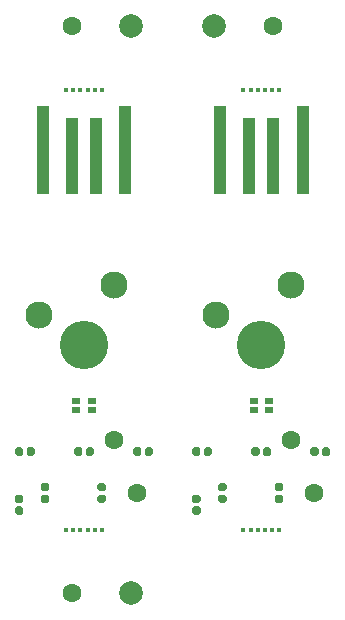
<source format=gts>
%TF.GenerationSoftware,KiCad,Pcbnew,5.1.6*%
%TF.CreationDate,2020-10-27T03:58:31+01:00*%
%TF.ProjectId,anykey-x2,616e796b-6579-42d7-9832-2e6b69636164,rev?*%
%TF.SameCoordinates,Original*%
%TF.FileFunction,Soldermask,Top*%
%TF.FilePolarity,Negative*%
%FSLAX46Y46*%
G04 Gerber Fmt 4.6, Leading zero omitted, Abs format (unit mm)*
G04 Created by KiCad (PCBNEW 5.1.6) date 2020-10-27 03:58:31*
%MOMM*%
%LPD*%
G01*
G04 APERTURE LIST*
%ADD10C,0.400000*%
%ADD11C,1.600000*%
%ADD12C,2.000000*%
%ADD13R,1.100000X7.510000*%
%ADD14R,1.100000X6.510000*%
%ADD15C,2.300000*%
%ADD16C,4.100000*%
%ADD17R,0.700000X0.500000*%
G04 APERTURE END LIST*
D10*
%TO.C,REF\u002A\u002A*%
X72500025Y-87101000D03*
%TD*%
%TO.C,REF\u002A\u002A*%
X71900025Y-87101000D03*
%TD*%
%TO.C,REF\u002A\u002A*%
X71300025Y-87101000D03*
%TD*%
%TO.C,REF\u002A\u002A*%
X70700025Y-87101000D03*
%TD*%
%TO.C,REF\u002A\u002A*%
X70100025Y-87101000D03*
%TD*%
%TO.C,REF\u002A\u002A*%
X69500025Y-87101000D03*
%TD*%
%TO.C,REF\u002A\u002A*%
X69500025Y-49899000D03*
%TD*%
%TO.C,REF\u002A\u002A*%
X70100025Y-49899000D03*
%TD*%
%TO.C,REF\u002A\u002A*%
X70700025Y-49899000D03*
%TD*%
%TO.C,REF\u002A\u002A*%
X71300025Y-49899000D03*
%TD*%
%TO.C,REF\u002A\u002A*%
X71900025Y-49899000D03*
%TD*%
%TO.C,REF\u002A\u002A*%
X72500025Y-49899000D03*
%TD*%
%TO.C,REF\u002A\u002A*%
X57500008Y-87101000D03*
%TD*%
%TO.C,REF\u002A\u002A*%
X56900008Y-87101000D03*
%TD*%
%TO.C,REF\u002A\u002A*%
X56300008Y-87101000D03*
%TD*%
%TO.C,REF\u002A\u002A*%
X55700008Y-87101000D03*
%TD*%
%TO.C,REF\u002A\u002A*%
X55100008Y-87101000D03*
%TD*%
%TO.C,REF\u002A\u002A*%
X54500008Y-87101000D03*
%TD*%
%TO.C,REF\u002A\u002A*%
X54500008Y-49899000D03*
%TD*%
%TO.C,REF\u002A\u002A*%
X55100008Y-49899000D03*
%TD*%
%TO.C,REF\u002A\u002A*%
X55700008Y-49899000D03*
%TD*%
%TO.C,REF\u002A\u002A*%
X56300008Y-49899000D03*
%TD*%
%TO.C,REF\u002A\u002A*%
X56900008Y-49899000D03*
%TD*%
%TO.C,REF\u002A\u002A*%
X57500008Y-49899000D03*
%TD*%
D11*
%TO.C,REF\u002A\u002A*%
X54999000Y-92501017D03*
%TD*%
%TO.C,REF\u002A\u002A*%
X72001018Y-44499000D03*
%TD*%
%TO.C,REF\u002A\u002A*%
X54999000Y-44499000D03*
%TD*%
D12*
%TO.C,REF\u002A\u002A*%
X59999000Y-92501017D03*
%TD*%
%TO.C,REF\u002A\u002A*%
X67001018Y-44499000D03*
%TD*%
%TO.C,REF\u002A\u002A*%
X59999000Y-44499000D03*
%TD*%
D13*
%TO.C,J1*%
X74500018Y-54945001D03*
D14*
X72000018Y-55445001D03*
X70000018Y-55445001D03*
D13*
X67500018Y-54945001D03*
%TD*%
%TO.C,R2*%
G36*
G01*
X65302518Y-84170001D02*
X65697518Y-84170001D01*
G75*
G02*
X65870018Y-84342501I0J-172500D01*
G01*
X65870018Y-84687501D01*
G75*
G02*
X65697518Y-84860001I-172500J0D01*
G01*
X65302518Y-84860001D01*
G75*
G02*
X65130018Y-84687501I0J172500D01*
G01*
X65130018Y-84342501D01*
G75*
G02*
X65302518Y-84170001I172500J0D01*
G01*
G37*
G36*
G01*
X65302518Y-85140001D02*
X65697518Y-85140001D01*
G75*
G02*
X65870018Y-85312501I0J-172500D01*
G01*
X65870018Y-85657501D01*
G75*
G02*
X65697518Y-85830001I-172500J0D01*
G01*
X65302518Y-85830001D01*
G75*
G02*
X65130018Y-85657501I0J172500D01*
G01*
X65130018Y-85312501D01*
G75*
G02*
X65302518Y-85140001I172500J0D01*
G01*
G37*
%TD*%
%TO.C,R3*%
G36*
G01*
X67502518Y-83170001D02*
X67897518Y-83170001D01*
G75*
G02*
X68070018Y-83342501I0J-172500D01*
G01*
X68070018Y-83687501D01*
G75*
G02*
X67897518Y-83860001I-172500J0D01*
G01*
X67502518Y-83860001D01*
G75*
G02*
X67330018Y-83687501I0J172500D01*
G01*
X67330018Y-83342501D01*
G75*
G02*
X67502518Y-83170001I172500J0D01*
G01*
G37*
G36*
G01*
X67502518Y-84140001D02*
X67897518Y-84140001D01*
G75*
G02*
X68070018Y-84312501I0J-172500D01*
G01*
X68070018Y-84657501D01*
G75*
G02*
X67897518Y-84830001I-172500J0D01*
G01*
X67502518Y-84830001D01*
G75*
G02*
X67330018Y-84657501I0J172500D01*
G01*
X67330018Y-84312501D01*
G75*
G02*
X67502518Y-84140001I172500J0D01*
G01*
G37*
%TD*%
%TO.C,R4*%
G36*
G01*
X72302518Y-83170001D02*
X72697518Y-83170001D01*
G75*
G02*
X72870018Y-83342501I0J-172500D01*
G01*
X72870018Y-83687501D01*
G75*
G02*
X72697518Y-83860001I-172500J0D01*
G01*
X72302518Y-83860001D01*
G75*
G02*
X72130018Y-83687501I0J172500D01*
G01*
X72130018Y-83342501D01*
G75*
G02*
X72302518Y-83170001I172500J0D01*
G01*
G37*
G36*
G01*
X72302518Y-84140001D02*
X72697518Y-84140001D01*
G75*
G02*
X72870018Y-84312501I0J-172500D01*
G01*
X72870018Y-84657501D01*
G75*
G02*
X72697518Y-84830001I-172500J0D01*
G01*
X72302518Y-84830001D01*
G75*
G02*
X72130018Y-84657501I0J172500D01*
G01*
X72130018Y-84312501D01*
G75*
G02*
X72302518Y-84140001I172500J0D01*
G01*
G37*
%TD*%
%TO.C,R5*%
G36*
G01*
X66140018Y-80697501D02*
X66140018Y-80302501D01*
G75*
G02*
X66312518Y-80130001I172500J0D01*
G01*
X66657518Y-80130001D01*
G75*
G02*
X66830018Y-80302501I0J-172500D01*
G01*
X66830018Y-80697501D01*
G75*
G02*
X66657518Y-80870001I-172500J0D01*
G01*
X66312518Y-80870001D01*
G75*
G02*
X66140018Y-80697501I0J172500D01*
G01*
G37*
G36*
G01*
X65170018Y-80697501D02*
X65170018Y-80302501D01*
G75*
G02*
X65342518Y-80130001I172500J0D01*
G01*
X65687518Y-80130001D01*
G75*
G02*
X65860018Y-80302501I0J-172500D01*
G01*
X65860018Y-80697501D01*
G75*
G02*
X65687518Y-80870001I-172500J0D01*
G01*
X65342518Y-80870001D01*
G75*
G02*
X65170018Y-80697501I0J172500D01*
G01*
G37*
%TD*%
%TO.C,R6*%
G36*
G01*
X70170018Y-80697501D02*
X70170018Y-80302501D01*
G75*
G02*
X70342518Y-80130001I172500J0D01*
G01*
X70687518Y-80130001D01*
G75*
G02*
X70860018Y-80302501I0J-172500D01*
G01*
X70860018Y-80697501D01*
G75*
G02*
X70687518Y-80870001I-172500J0D01*
G01*
X70342518Y-80870001D01*
G75*
G02*
X70170018Y-80697501I0J172500D01*
G01*
G37*
G36*
G01*
X71140018Y-80697501D02*
X71140018Y-80302501D01*
G75*
G02*
X71312518Y-80130001I172500J0D01*
G01*
X71657518Y-80130001D01*
G75*
G02*
X71830018Y-80302501I0J-172500D01*
G01*
X71830018Y-80697501D01*
G75*
G02*
X71657518Y-80870001I-172500J0D01*
G01*
X71312518Y-80870001D01*
G75*
G02*
X71140018Y-80697501I0J172500D01*
G01*
G37*
%TD*%
%TO.C,R7*%
G36*
G01*
X75170018Y-80697501D02*
X75170018Y-80302501D01*
G75*
G02*
X75342518Y-80130001I172500J0D01*
G01*
X75687518Y-80130001D01*
G75*
G02*
X75860018Y-80302501I0J-172500D01*
G01*
X75860018Y-80697501D01*
G75*
G02*
X75687518Y-80870001I-172500J0D01*
G01*
X75342518Y-80870001D01*
G75*
G02*
X75170018Y-80697501I0J172500D01*
G01*
G37*
G36*
G01*
X76140018Y-80697501D02*
X76140018Y-80302501D01*
G75*
G02*
X76312518Y-80130001I172500J0D01*
G01*
X76657518Y-80130001D01*
G75*
G02*
X76830018Y-80302501I0J-172500D01*
G01*
X76830018Y-80697501D01*
G75*
G02*
X76657518Y-80870001I-172500J0D01*
G01*
X76312518Y-80870001D01*
G75*
G02*
X76140018Y-80697501I0J172500D01*
G01*
G37*
%TD*%
D15*
%TO.C,SW1*%
X73540018Y-66420001D03*
X67190018Y-68960001D03*
D16*
X71000018Y-71500001D03*
%TD*%
D11*
%TO.C,TP1*%
X73500018Y-79500001D03*
%TD*%
%TO.C,TP2*%
X75500018Y-84000001D03*
%TD*%
D17*
%TO.C,D2*%
X70350018Y-76180001D03*
X71650018Y-76180001D03*
X71650018Y-76980001D03*
X70350018Y-76980001D03*
%TD*%
D13*
%TO.C,J1*%
X59500001Y-54945001D03*
D14*
X57000001Y-55445001D03*
X55000001Y-55445001D03*
D13*
X52500001Y-54945001D03*
%TD*%
%TO.C,R2*%
G36*
G01*
X50302501Y-84170001D02*
X50697501Y-84170001D01*
G75*
G02*
X50870001Y-84342501I0J-172500D01*
G01*
X50870001Y-84687501D01*
G75*
G02*
X50697501Y-84860001I-172500J0D01*
G01*
X50302501Y-84860001D01*
G75*
G02*
X50130001Y-84687501I0J172500D01*
G01*
X50130001Y-84342501D01*
G75*
G02*
X50302501Y-84170001I172500J0D01*
G01*
G37*
G36*
G01*
X50302501Y-85140001D02*
X50697501Y-85140001D01*
G75*
G02*
X50870001Y-85312501I0J-172500D01*
G01*
X50870001Y-85657501D01*
G75*
G02*
X50697501Y-85830001I-172500J0D01*
G01*
X50302501Y-85830001D01*
G75*
G02*
X50130001Y-85657501I0J172500D01*
G01*
X50130001Y-85312501D01*
G75*
G02*
X50302501Y-85140001I172500J0D01*
G01*
G37*
%TD*%
%TO.C,R3*%
G36*
G01*
X52502501Y-83170001D02*
X52897501Y-83170001D01*
G75*
G02*
X53070001Y-83342501I0J-172500D01*
G01*
X53070001Y-83687501D01*
G75*
G02*
X52897501Y-83860001I-172500J0D01*
G01*
X52502501Y-83860001D01*
G75*
G02*
X52330001Y-83687501I0J172500D01*
G01*
X52330001Y-83342501D01*
G75*
G02*
X52502501Y-83170001I172500J0D01*
G01*
G37*
G36*
G01*
X52502501Y-84140001D02*
X52897501Y-84140001D01*
G75*
G02*
X53070001Y-84312501I0J-172500D01*
G01*
X53070001Y-84657501D01*
G75*
G02*
X52897501Y-84830001I-172500J0D01*
G01*
X52502501Y-84830001D01*
G75*
G02*
X52330001Y-84657501I0J172500D01*
G01*
X52330001Y-84312501D01*
G75*
G02*
X52502501Y-84140001I172500J0D01*
G01*
G37*
%TD*%
%TO.C,R4*%
G36*
G01*
X57302501Y-83170001D02*
X57697501Y-83170001D01*
G75*
G02*
X57870001Y-83342501I0J-172500D01*
G01*
X57870001Y-83687501D01*
G75*
G02*
X57697501Y-83860001I-172500J0D01*
G01*
X57302501Y-83860001D01*
G75*
G02*
X57130001Y-83687501I0J172500D01*
G01*
X57130001Y-83342501D01*
G75*
G02*
X57302501Y-83170001I172500J0D01*
G01*
G37*
G36*
G01*
X57302501Y-84140001D02*
X57697501Y-84140001D01*
G75*
G02*
X57870001Y-84312501I0J-172500D01*
G01*
X57870001Y-84657501D01*
G75*
G02*
X57697501Y-84830001I-172500J0D01*
G01*
X57302501Y-84830001D01*
G75*
G02*
X57130001Y-84657501I0J172500D01*
G01*
X57130001Y-84312501D01*
G75*
G02*
X57302501Y-84140001I172500J0D01*
G01*
G37*
%TD*%
%TO.C,R5*%
G36*
G01*
X51140001Y-80697501D02*
X51140001Y-80302501D01*
G75*
G02*
X51312501Y-80130001I172500J0D01*
G01*
X51657501Y-80130001D01*
G75*
G02*
X51830001Y-80302501I0J-172500D01*
G01*
X51830001Y-80697501D01*
G75*
G02*
X51657501Y-80870001I-172500J0D01*
G01*
X51312501Y-80870001D01*
G75*
G02*
X51140001Y-80697501I0J172500D01*
G01*
G37*
G36*
G01*
X50170001Y-80697501D02*
X50170001Y-80302501D01*
G75*
G02*
X50342501Y-80130001I172500J0D01*
G01*
X50687501Y-80130001D01*
G75*
G02*
X50860001Y-80302501I0J-172500D01*
G01*
X50860001Y-80697501D01*
G75*
G02*
X50687501Y-80870001I-172500J0D01*
G01*
X50342501Y-80870001D01*
G75*
G02*
X50170001Y-80697501I0J172500D01*
G01*
G37*
%TD*%
%TO.C,R6*%
G36*
G01*
X55170001Y-80697501D02*
X55170001Y-80302501D01*
G75*
G02*
X55342501Y-80130001I172500J0D01*
G01*
X55687501Y-80130001D01*
G75*
G02*
X55860001Y-80302501I0J-172500D01*
G01*
X55860001Y-80697501D01*
G75*
G02*
X55687501Y-80870001I-172500J0D01*
G01*
X55342501Y-80870001D01*
G75*
G02*
X55170001Y-80697501I0J172500D01*
G01*
G37*
G36*
G01*
X56140001Y-80697501D02*
X56140001Y-80302501D01*
G75*
G02*
X56312501Y-80130001I172500J0D01*
G01*
X56657501Y-80130001D01*
G75*
G02*
X56830001Y-80302501I0J-172500D01*
G01*
X56830001Y-80697501D01*
G75*
G02*
X56657501Y-80870001I-172500J0D01*
G01*
X56312501Y-80870001D01*
G75*
G02*
X56140001Y-80697501I0J172500D01*
G01*
G37*
%TD*%
%TO.C,R7*%
G36*
G01*
X60170001Y-80697501D02*
X60170001Y-80302501D01*
G75*
G02*
X60342501Y-80130001I172500J0D01*
G01*
X60687501Y-80130001D01*
G75*
G02*
X60860001Y-80302501I0J-172500D01*
G01*
X60860001Y-80697501D01*
G75*
G02*
X60687501Y-80870001I-172500J0D01*
G01*
X60342501Y-80870001D01*
G75*
G02*
X60170001Y-80697501I0J172500D01*
G01*
G37*
G36*
G01*
X61140001Y-80697501D02*
X61140001Y-80302501D01*
G75*
G02*
X61312501Y-80130001I172500J0D01*
G01*
X61657501Y-80130001D01*
G75*
G02*
X61830001Y-80302501I0J-172500D01*
G01*
X61830001Y-80697501D01*
G75*
G02*
X61657501Y-80870001I-172500J0D01*
G01*
X61312501Y-80870001D01*
G75*
G02*
X61140001Y-80697501I0J172500D01*
G01*
G37*
%TD*%
D15*
%TO.C,SW1*%
X58540001Y-66420001D03*
X52190001Y-68960001D03*
D16*
X56000001Y-71500001D03*
%TD*%
D11*
%TO.C,TP1*%
X58500001Y-79500001D03*
%TD*%
%TO.C,TP2*%
X60500001Y-84000001D03*
%TD*%
D17*
%TO.C,D2*%
X55350001Y-76180001D03*
X56650001Y-76180001D03*
X56650001Y-76980001D03*
X55350001Y-76980001D03*
%TD*%
M02*

</source>
